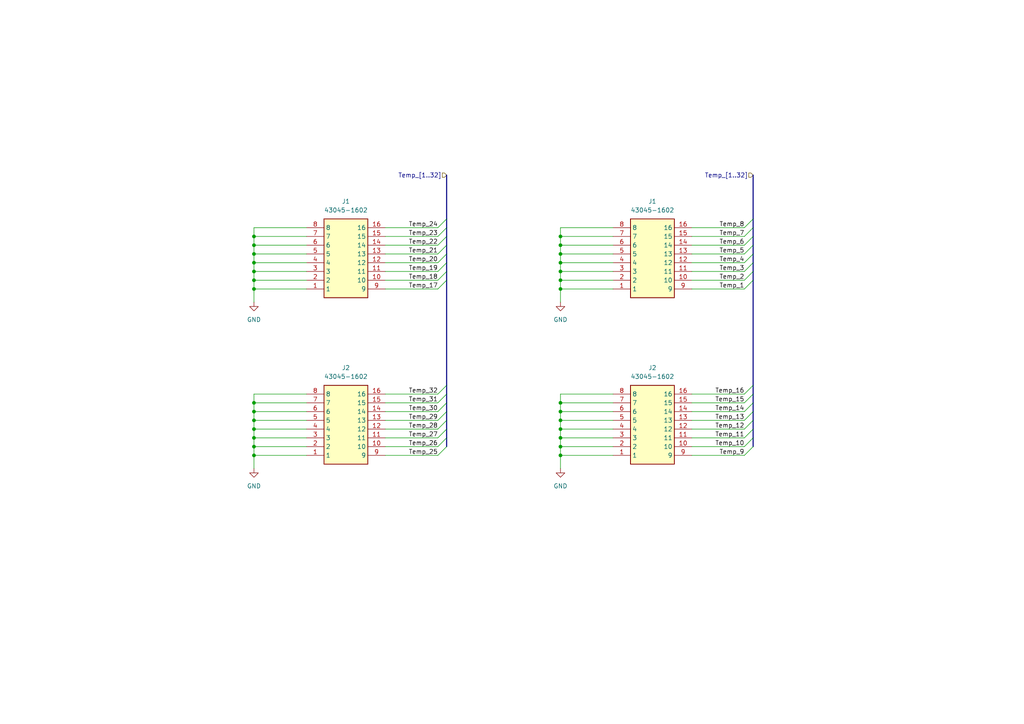
<source format=kicad_sch>
(kicad_sch (version 20230121) (generator eeschema)
  (paper "A4")
  (lib_symbols
    (symbol "NTC_Board:43045-1602"
      (property "Reference" "J" (at 19.05 7.62 0))
      (property "Value" "43045-1602" (at 19.05 5.08 0))
      (symbol "43045-1602_1_1"
        (rectangle (start 5.08 2.54) (end 17.78 -20.32) (stroke (width 0.254)) (fill (type background)))
        (pin passive line (at 0 -17.78 0) (length 5.08) (name "1") (number "1"))
        (pin passive line (at 22.86 -15.24 180) (length 5.08) (name "10") (number "10"))
        (pin passive line (at 22.86 -12.7 180) (length 5.08) (name "11") (number "11"))
        (pin passive line (at 22.86 -10.16 180) (length 5.08) (name "12") (number "12"))
        (pin passive line (at 22.86 -7.62 180) (length 5.08) (name "13") (number "13"))
        (pin passive line (at 22.86 -5.08 180) (length 5.08) (name "14") (number "14"))
        (pin passive line (at 22.86 -2.54 180) (length 5.08) (name "15") (number "15"))
        (pin passive line (at 22.86 0 180) (length 5.08) (name "16") (number "16"))
        (pin passive line (at 0 -15.24 0) (length 5.08) (name "2") (number "2"))
        (pin passive line (at 0 -12.7 0) (length 5.08) (name "3") (number "3"))
        (pin passive line (at 0 -10.16 0) (length 5.08) (name "4") (number "4"))
        (pin passive line (at 0 -7.62 0) (length 5.08) (name "5") (number "5"))
        (pin passive line (at 0 -5.08 0) (length 5.08) (name "6") (number "6"))
        (pin passive line (at 0 -2.54 0) (length 5.08) (name "7") (number "7"))
        (pin passive line (at 0 0 0) (length 5.08) (name "8") (number "8"))
        (pin passive line (at 22.86 -17.78 180) (length 5.08) (name "9") (number "9"))
      )
    )
    (symbol "PCM_4ms_Power-symbol:GND" (power) (pin_names (offset 0))
      (property "Value" "GND" (at 0 -3.81 0))
      (symbol "GND_0_1"
        (polyline (pts (xy 0 0) (xy 0 -1.27) (xy 1.27 -1.27) (xy 0 -2.54) (xy -1.27 -1.27) (xy 0 -1.27)))
      )
      (symbol "GND_1_1"
        (pin power_in line (at 0 0 270) (length 0) hide (name "GND") (number "1"))
      )
    )
  )
  (junction (at 162.56 124.46))
  (junction (at 73.66 68.58))
  (junction (at 73.66 124.46))
  (junction (at 73.66 83.82))
  (junction (at 73.66 71.12))
  (junction (at 73.66 73.66))
  (junction (at 162.56 83.82))
  (junction (at 73.66 116.84))
  (junction (at 73.66 127))
  (junction (at 162.56 78.74))
  (junction (at 162.56 81.28))
  (junction (at 162.56 127))
  (junction (at 73.66 129.54))
  (junction (at 162.56 68.58))
  (junction (at 73.66 119.38))
  (junction (at 162.56 121.92))
  (junction (at 162.56 129.54))
  (junction (at 162.56 132.08))
  (junction (at 73.66 76.2))
  (junction (at 73.66 121.92))
  (junction (at 162.56 76.2))
  (junction (at 73.66 78.74))
  (junction (at 162.56 73.66))
  (junction (at 73.66 132.08))
  (junction (at 73.66 81.28))
  (junction (at 162.56 119.38))
  (junction (at 162.56 71.12))
  (junction (at 162.56 116.84))
  (bus_entry (at 129.54 127) (size -2.54 2.54))
  (bus_entry (at 129.54 111.76) (size -2.54 2.54))
  (bus_entry (at 218.44 71.12) (size -2.54 2.54))
  (bus_entry (at 129.54 76.2) (size -2.54 2.54))
  (bus_entry (at 218.44 81.28) (size -2.54 2.54))
  (bus_entry (at 129.54 73.66) (size -2.54 2.54))
  (bus_entry (at 129.54 78.74) (size -2.54 2.54))
  (bus_entry (at 218.44 66.04) (size -2.54 2.54))
  (bus_entry (at 218.44 68.58) (size -2.54 2.54))
  (bus_entry (at 129.54 121.92) (size -2.54 2.54))
  (bus_entry (at 129.54 124.46) (size -2.54 2.54))
  (bus_entry (at 218.44 121.92) (size -2.54 2.54))
  (bus_entry (at 129.54 63.5) (size -2.54 2.54))
  (bus_entry (at 129.54 129.54) (size -2.54 2.54))
  (bus_entry (at 129.54 68.58) (size -2.54 2.54))
  (bus_entry (at 218.44 119.38) (size -2.54 2.54))
  (bus_entry (at 129.54 119.38) (size -2.54 2.54))
  (bus_entry (at 129.54 114.3) (size -2.54 2.54))
  (bus_entry (at 129.54 116.84) (size -2.54 2.54))
  (bus_entry (at 218.44 116.84) (size -2.54 2.54))
  (bus_entry (at 218.44 63.5) (size -2.54 2.54))
  (bus_entry (at 218.44 78.74) (size -2.54 2.54))
  (bus_entry (at 218.44 124.46) (size -2.54 2.54))
  (bus_entry (at 218.44 73.66) (size -2.54 2.54))
  (bus_entry (at 218.44 114.3) (size -2.54 2.54))
  (bus_entry (at 129.54 71.12) (size -2.54 2.54))
  (bus_entry (at 129.54 81.28) (size -2.54 2.54))
  (bus_entry (at 218.44 129.54) (size -2.54 2.54))
  (bus_entry (at 218.44 111.76) (size -2.54 2.54))
  (bus_entry (at 218.44 76.2) (size -2.54 2.54))
  (bus_entry (at 129.54 66.04) (size -2.54 2.54))
  (bus_entry (at 218.44 127) (size -2.54 2.54))
  (wire (pts (xy 73.66 121.92) (xy 73.66 124.46)))
  (wire (pts (xy 73.66 76.2) (xy 73.66 78.74)))
  (wire (pts (xy 111.76 81.28) (xy 127 81.28)))
  (wire (pts (xy 73.66 129.54) (xy 88.9 129.54)))
  (wire (pts (xy 111.76 83.82) (xy 127 83.82)))
  (wire (pts (xy 162.56 81.28) (xy 177.8 81.28)))
  (wire (pts (xy 162.56 83.82) (xy 177.8 83.82)))
  (wire (pts (xy 73.66 132.08) (xy 73.66 135.89)))
  (wire (pts (xy 111.76 132.08) (xy 127 132.08)))
  (bus (pts (xy 218.44 116.84) (xy 218.44 119.38)))
  (wire (pts (xy 73.66 127) (xy 73.66 129.54)))
  (wire (pts (xy 162.56 76.2) (xy 162.56 78.74)))
  (bus (pts (xy 218.44 127) (xy 218.44 129.54)))
  (wire (pts (xy 162.56 132.08) (xy 177.8 132.08)))
  (wire (pts (xy 162.56 119.38) (xy 177.8 119.38)))
  (wire (pts (xy 162.56 127) (xy 177.8 127)))
  (bus (pts (xy 218.44 63.5) (xy 218.44 66.04)))
  (bus (pts (xy 129.54 114.3) (xy 129.54 116.84)))
  (wire (pts (xy 73.66 124.46) (xy 73.66 127)))
  (wire (pts (xy 200.66 81.28) (xy 215.9 81.28)))
  (wire (pts (xy 200.66 132.08) (xy 215.9 132.08)))
  (wire (pts (xy 200.66 66.04) (xy 215.9 66.04)))
  (bus (pts (xy 129.54 76.2) (xy 129.54 78.74)))
  (wire (pts (xy 200.66 116.84) (xy 215.9 116.84)))
  (wire (pts (xy 73.66 116.84) (xy 88.9 116.84)))
  (wire (pts (xy 162.56 78.74) (xy 177.8 78.74)))
  (wire (pts (xy 73.66 73.66) (xy 73.66 76.2)))
  (wire (pts (xy 162.56 114.3) (xy 177.8 114.3)))
  (wire (pts (xy 111.76 116.84) (xy 127 116.84)))
  (wire (pts (xy 73.66 71.12) (xy 88.9 71.12)))
  (wire (pts (xy 162.56 71.12) (xy 162.56 73.66)))
  (wire (pts (xy 162.56 73.66) (xy 177.8 73.66)))
  (bus (pts (xy 129.54 111.76) (xy 129.54 114.3)))
  (wire (pts (xy 162.56 119.38) (xy 162.56 121.92)))
  (wire (pts (xy 162.56 71.12) (xy 177.8 71.12)))
  (wire (pts (xy 111.76 127) (xy 127 127)))
  (bus (pts (xy 218.44 119.38) (xy 218.44 121.92)))
  (wire (pts (xy 162.56 66.04) (xy 177.8 66.04)))
  (wire (pts (xy 73.66 119.38) (xy 73.66 121.92)))
  (bus (pts (xy 218.44 124.46) (xy 218.44 127)))
  (wire (pts (xy 162.56 124.46) (xy 177.8 124.46)))
  (wire (pts (xy 162.56 124.46) (xy 162.56 127)))
  (bus (pts (xy 129.54 68.58) (xy 129.54 71.12)))
  (bus (pts (xy 218.44 68.58) (xy 218.44 71.12)))
  (wire (pts (xy 162.56 121.92) (xy 177.8 121.92)))
  (bus (pts (xy 218.44 78.74) (xy 218.44 81.28)))
  (wire (pts (xy 162.56 114.3) (xy 162.56 116.84)))
  (wire (pts (xy 200.66 127) (xy 215.9 127)))
  (wire (pts (xy 73.66 129.54) (xy 73.66 132.08)))
  (wire (pts (xy 162.56 127) (xy 162.56 129.54)))
  (wire (pts (xy 73.66 121.92) (xy 88.9 121.92)))
  (bus (pts (xy 129.54 50.8) (xy 129.54 63.5)))
  (wire (pts (xy 111.76 73.66) (xy 127 73.66)))
  (wire (pts (xy 162.56 76.2) (xy 177.8 76.2)))
  (bus (pts (xy 129.54 81.28) (xy 129.54 111.76)))
  (bus (pts (xy 218.44 114.3) (xy 218.44 116.84)))
  (wire (pts (xy 73.66 116.84) (xy 73.66 119.38)))
  (wire (pts (xy 200.66 76.2) (xy 215.9 76.2)))
  (wire (pts (xy 73.66 83.82) (xy 88.9 83.82)))
  (wire (pts (xy 111.76 121.92) (xy 127 121.92)))
  (wire (pts (xy 162.56 78.74) (xy 162.56 81.28)))
  (wire (pts (xy 111.76 76.2) (xy 127 76.2)))
  (bus (pts (xy 218.44 50.8) (xy 218.44 63.5)))
  (wire (pts (xy 162.56 66.04) (xy 162.56 68.58)))
  (wire (pts (xy 73.66 114.3) (xy 73.66 116.84)))
  (wire (pts (xy 73.66 119.38) (xy 88.9 119.38)))
  (wire (pts (xy 73.66 78.74) (xy 88.9 78.74)))
  (wire (pts (xy 73.66 73.66) (xy 88.9 73.66)))
  (wire (pts (xy 162.56 121.92) (xy 162.56 124.46)))
  (wire (pts (xy 73.66 132.08) (xy 88.9 132.08)))
  (bus (pts (xy 129.54 116.84) (xy 129.54 119.38)))
  (bus (pts (xy 129.54 71.12) (xy 129.54 73.66)))
  (bus (pts (xy 129.54 127) (xy 129.54 129.54)))
  (wire (pts (xy 111.76 119.38) (xy 127 119.38)))
  (wire (pts (xy 73.66 83.82) (xy 73.66 87.63)))
  (wire (pts (xy 111.76 129.54) (xy 127 129.54)))
  (bus (pts (xy 218.44 71.12) (xy 218.44 73.66)))
  (wire (pts (xy 111.76 66.04) (xy 127 66.04)))
  (wire (pts (xy 162.56 83.82) (xy 162.56 87.63)))
  (wire (pts (xy 162.56 129.54) (xy 177.8 129.54)))
  (bus (pts (xy 129.54 124.46) (xy 129.54 127)))
  (wire (pts (xy 200.66 71.12) (xy 215.9 71.12)))
  (wire (pts (xy 200.66 119.38) (xy 215.9 119.38)))
  (wire (pts (xy 162.56 129.54) (xy 162.56 132.08)))
  (wire (pts (xy 200.66 68.58) (xy 215.9 68.58)))
  (wire (pts (xy 73.66 68.58) (xy 88.9 68.58)))
  (wire (pts (xy 73.66 66.04) (xy 73.66 68.58)))
  (bus (pts (xy 129.54 78.74) (xy 129.54 81.28)))
  (wire (pts (xy 111.76 124.46) (xy 127 124.46)))
  (bus (pts (xy 218.44 121.92) (xy 218.44 124.46)))
  (wire (pts (xy 73.66 66.04) (xy 88.9 66.04)))
  (wire (pts (xy 200.66 78.74) (xy 215.9 78.74)))
  (bus (pts (xy 129.54 63.5) (xy 129.54 66.04)))
  (bus (pts (xy 129.54 119.38) (xy 129.54 121.92)))
  (wire (pts (xy 73.66 78.74) (xy 73.66 81.28)))
  (wire (pts (xy 111.76 114.3) (xy 127 114.3)))
  (wire (pts (xy 73.66 124.46) (xy 88.9 124.46)))
  (wire (pts (xy 73.66 81.28) (xy 73.66 83.82)))
  (wire (pts (xy 200.66 124.46) (xy 215.9 124.46)))
  (bus (pts (xy 218.44 111.76) (xy 218.44 114.3)))
  (bus (pts (xy 218.44 66.04) (xy 218.44 68.58)))
  (wire (pts (xy 73.66 127) (xy 88.9 127)))
  (bus (pts (xy 218.44 81.28) (xy 218.44 111.76)))
  (bus (pts (xy 129.54 73.66) (xy 129.54 76.2)))
  (wire (pts (xy 162.56 68.58) (xy 177.8 68.58)))
  (wire (pts (xy 111.76 68.58) (xy 127 68.58)))
  (wire (pts (xy 73.66 68.58) (xy 73.66 71.12)))
  (wire (pts (xy 162.56 73.66) (xy 162.56 76.2)))
  (wire (pts (xy 111.76 78.74) (xy 127 78.74)))
  (wire (pts (xy 73.66 71.12) (xy 73.66 73.66)))
  (bus (pts (xy 129.54 66.04) (xy 129.54 68.58)))
  (bus (pts (xy 218.44 76.2) (xy 218.44 78.74)))
  (wire (pts (xy 200.66 129.54) (xy 215.9 129.54)))
  (wire (pts (xy 200.66 121.92) (xy 215.9 121.92)))
  (wire (pts (xy 162.56 116.84) (xy 177.8 116.84)))
  (wire (pts (xy 200.66 114.3) (xy 215.9 114.3)))
  (wire (pts (xy 162.56 68.58) (xy 162.56 71.12)))
  (bus (pts (xy 129.54 121.92) (xy 129.54 124.46)))
  (wire (pts (xy 200.66 73.66) (xy 215.9 73.66)))
  (wire (pts (xy 162.56 81.28) (xy 162.56 83.82)))
  (wire (pts (xy 73.66 114.3) (xy 88.9 114.3)))
  (wire (pts (xy 111.76 71.12) (xy 127 71.12)))
  (wire (pts (xy 162.56 116.84) (xy 162.56 119.38)))
  (wire (pts (xy 73.66 76.2) (xy 88.9 76.2)))
  (wire (pts (xy 73.66 81.28) (xy 88.9 81.28)))
  (wire (pts (xy 162.56 132.08) (xy 162.56 135.89)))
  (wire (pts (xy 200.66 83.82) (xy 215.9 83.82)))
  (bus (pts (xy 218.44 73.66) (xy 218.44 76.2)))
  (label "Temp_28" (at 127 124.46 180))
  (label "Temp_25" (at 127 132.08 180))
  (label "Temp_20" (at 127 76.2 180))
  (label "Temp_27" (at 127 127 180))
  (label "Temp_9" (at 215.9 132.08 180))
  (label "Temp_4" (at 215.9 76.2 180))
  (label "Temp_21" (at 127 73.66 180))
  (label "Temp_26" (at 127 129.54 180))
  (label "Temp_17" (at 127 83.82 180))
  (label "Temp_19" (at 127 78.74 180))
  (label "Temp_13" (at 215.9 121.92 180))
  (label "Temp_11" (at 215.9 127 180))
  (label "Temp_1" (at 215.9 83.82 180))
  (label "Temp_31" (at 127 116.84 180))
  (label "Temp_5" (at 215.9 73.66 180))
  (label "Temp_6" (at 215.9 71.12 180))
  (label "Temp_10" (at 215.9 129.54 180))
  (label "Temp_7" (at 215.9 68.58 180))
  (label "Temp_23" (at 127 68.58 180))
  (label "Temp_8" (at 215.9 66.04 180))
  (label "Temp_24" (at 127 66.04 180))
  (label "Temp_2" (at 215.9 81.28 180))
  (label "Temp_18" (at 127 81.28 180))
  (label "Temp_29" (at 127 121.92 180))
  (label "Temp_30" (at 127 119.38 180))
  (label "Temp_32" (at 127 114.3 180))
  (label "Temp_3" (at 215.9 78.74 180))
  (label "Temp_14" (at 215.9 119.38 180))
  (label "Temp_15" (at 215.9 116.84 180))
  (label "Temp_22" (at 127 71.12 180))
  (label "Temp_16" (at 215.9 114.3 180))
  (label "Temp_12" (at 215.9 124.46 180))
  (hierarchical_label "Temp_[1..32]" (shape input) (at 129.54 50.8 180))
  (hierarchical_label "Temp_[1..32]" (shape input) (at 218.44 50.8 180))
  (symbol (lib_id "PCM_4ms_Power-symbol:GND") (at 73.66 135.89 0) (unit 1)
    (property "Reference" "#PWR014" (effects hide))
    (property "Value" "GND" (at 73.66 140.97 0))
  )
  (symbol (lib_id "PCM_4ms_Power-symbol:GND") (at 73.66 87.63 0) (unit 1)
    (property "Reference" "#PWR013" (effects hide))
    (property "Value" "GND" (at 73.66 92.71 0))
  )
  (symbol (lib_id "NTC_Board:43045-1602") (at 88.9 66.04 0) (unit 1)
    (property "Reference" "J1" (at 100.33 58.42 0))
    (property "Value" "43045-1602" (at 100.33 60.96 0))
    (property "Footprint" "Custom:43045-16_00,01,02,10_" (effects hide))
    (property "Datasheet" "https://componentsearchengine.com/Datasheets/1/43045-1602.pdf" (effects hide))
    (property "Height" "8.77" (effects hide))
    (property "Mouser Part Number" "538-43045-1602" (effects hide))
    (property "Mouser Price/Stock" "https://www.mouser.com/Search/Refine.aspx?Keyword=538-43045-1602" (effects hide))
    (property "Manufacturer_Name" "Molex" (effects hide))
    (property "Manufacturer_Part_Number" "43045-1602" (effects hide))
    (instances (project "FIxed NTC reader" (path "" (reference "J1") (unit 1)) (path "" (reference "J6") (unit 1))))
  )
  (symbol (lib_id "PCM_4ms_Power-symbol:GND") (at 162.56 87.63 0) (unit 1)
    (property "Reference" "#PWR011" (effects hide))
    (property "Value" "GND" (at 162.56 92.71 0))
  )
  (symbol (lib_id "NTC_Board:43045-1602") (at 177.8 66.04 0) (unit 1)
    (property "Reference" "J1" (at 189.23 58.42 0))
    (property "Value" "43045-1602" (at 189.23 60.96 0))
    (property "Footprint" "Custom:43045-16_00,01,02,10_" (effects hide))
    (property "Datasheet" "https://componentsearchengine.com/Datasheets/1/43045-1602.pdf" (effects hide))
    (property "Height" "8.77" (effects hide))
    (property "Mouser Part Number" "538-43045-1602" (effects hide))
    (property "Mouser Price/Stock" "https://www.mouser.com/Search/Refine.aspx?Keyword=538-43045-1602" (effects hide))
    (property "Manufacturer_Name" "Molex" (effects hide))
    (property "Manufacturer_Part_Number" "43045-1602" (effects hide))
    (instances (project "FIxed NTC reader" (path "" (reference "J1") (unit 1)) (path "" (reference "J2") (unit 1))))
  )
  (symbol (lib_id "PCM_4ms_Power-symbol:GND") (at 162.56 135.89 0) (unit 1)
    (property "Reference" "#PWR012" (effects hide))
    (property "Value" "GND" (at 162.56 140.97 0))
  )
  (symbol (lib_id "NTC_Board:43045-1602") (at 88.9 114.3 0) (unit 1)
    (property "Reference" "J2" (at 100.33 106.68 0))
    (property "Value" "43045-1602" (at 100.33 109.22 0))
    (property "Footprint" "Custom:43045-16_00,01,02,10_" (effects hide))
    (property "Datasheet" "https://componentsearchengine.com/Datasheets/1/43045-1602.pdf" (effects hide))
    (property "Height" "8.77" (effects hide))
    (property "Mouser Part Number" "538-43045-1602" (effects hide))
    (property "Mouser Price/Stock" "https://www.mouser.com/Search/Refine.aspx?Keyword=538-43045-1602" (effects hide))
    (property "Manufacturer_Name" "Molex" (effects hide))
    (property "Manufacturer_Part_Number" "43045-1602" (effects hide))
    (instances (project "FIxed NTC reader" (path "" (reference "J2") (unit 1)) (path "" (reference "J7") (unit 1))))
  )
  (symbol (lib_id "NTC_Board:43045-1602") (at 177.8 114.3 0) (unit 1)
    (property "Reference" "J2" (at 189.23 106.68 0))
    (property "Value" "43045-1602" (at 189.23 109.22 0))
    (property "Footprint" "Custom:43045-16_00,01,02,10_" (effects hide))
    (property "Datasheet" "https://componentsearchengine.com/Datasheets/1/43045-1602.pdf" (effects hide))
    (property "Height" "8.77" (effects hide))
    (property "Mouser Part Number" "538-43045-1602" (effects hide))
    (property "Mouser Price/Stock" "https://www.mouser.com/Search/Refine.aspx?Keyword=538-43045-1602" (effects hide))
    (property "Manufacturer_Name" "Molex" (effects hide))
    (property "Manufacturer_Part_Number" "43045-1602" (effects hide))
    (instances (project "FIxed NTC reader" (path "" (reference "J2") (unit 1)) (path "" (reference "J1") (unit 1))))
  )
)
</source>
